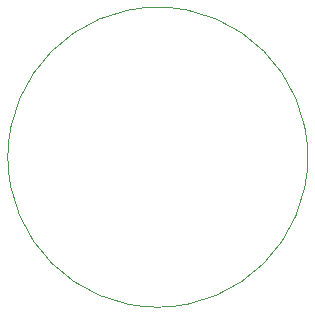
<source format=gbr>
%TF.GenerationSoftware,KiCad,Pcbnew,9.0.6-9.0.6~ubuntu24.04.1*%
%TF.CreationDate,2025-12-16T20:38:14-08:00*%
%TF.ProjectId,Shy_Beeper,5368795f-4265-4657-9065-722e6b696361,rev?*%
%TF.SameCoordinates,Original*%
%TF.FileFunction,Profile,NP*%
%FSLAX46Y46*%
G04 Gerber Fmt 4.6, Leading zero omitted, Abs format (unit mm)*
G04 Created by KiCad (PCBNEW 9.0.6-9.0.6~ubuntu24.04.1) date 2025-12-16 20:38:14*
%MOMM*%
%LPD*%
G01*
G04 APERTURE LIST*
%TA.AperFunction,Profile*%
%ADD10C,0.050000*%
%TD*%
G04 APERTURE END LIST*
D10*
X162700000Y-100000000D02*
G75*
G02*
X137300000Y-100000000I-12700000J0D01*
G01*
X137300000Y-100000000D02*
G75*
G02*
X162700000Y-100000000I12700000J0D01*
G01*
M02*

</source>
